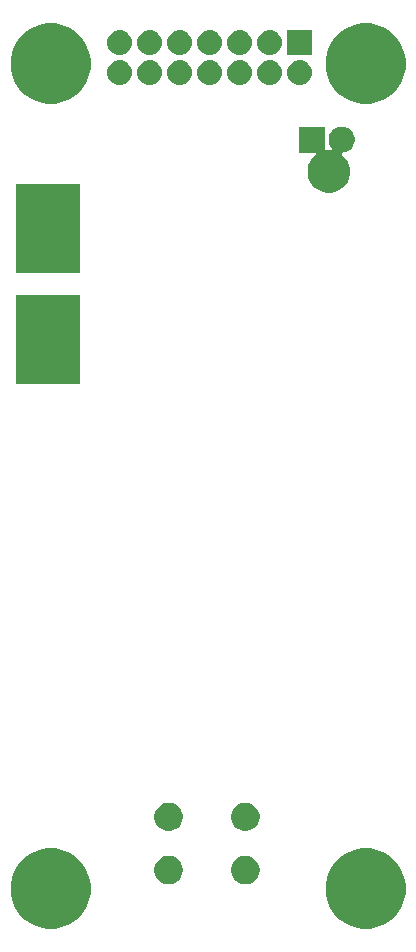
<source format=gbs>
G04 #@! TF.GenerationSoftware,KiCad,Pcbnew,5.0.2-bee76a0~70~ubuntu14.04.1*
G04 #@! TF.CreationDate,2018-12-14T16:23:57-07:00*
G04 #@! TF.ProjectId,run,72756e2e-6b69-4636-9164-5f7063625858,rev?*
G04 #@! TF.SameCoordinates,Original*
G04 #@! TF.FileFunction,Soldermask,Bot*
G04 #@! TF.FilePolarity,Negative*
%FSLAX46Y46*%
G04 Gerber Fmt 4.6, Leading zero omitted, Abs format (unit mm)*
G04 Created by KiCad (PCBNEW 5.0.2-bee76a0~70~ubuntu14.04.1) date Fri 14 Dec 2018 04:23:57 PM MST*
%MOMM*%
%LPD*%
G01*
G04 APERTURE LIST*
%ADD10C,0.100000*%
G04 APERTURE END LIST*
D10*
G36*
X155677743Y-163354660D02*
X156296503Y-163610958D01*
X156853377Y-163983050D01*
X157326950Y-164456623D01*
X157699042Y-165013497D01*
X157955340Y-165632257D01*
X158086000Y-166289128D01*
X158086000Y-166958872D01*
X157955340Y-167615743D01*
X157699042Y-168234503D01*
X157326950Y-168791377D01*
X156853377Y-169264950D01*
X156296503Y-169637042D01*
X155677743Y-169893340D01*
X155020872Y-170024000D01*
X154351128Y-170024000D01*
X153694257Y-169893340D01*
X153075497Y-169637042D01*
X152518623Y-169264950D01*
X152045050Y-168791377D01*
X151672958Y-168234503D01*
X151416660Y-167615743D01*
X151286000Y-166958872D01*
X151286000Y-166289128D01*
X151416660Y-165632257D01*
X151672958Y-165013497D01*
X152045050Y-164456623D01*
X152518623Y-163983050D01*
X153075497Y-163610958D01*
X153694257Y-163354660D01*
X154351128Y-163224000D01*
X155020872Y-163224000D01*
X155677743Y-163354660D01*
X155677743Y-163354660D01*
G37*
G36*
X129007743Y-163354660D02*
X129626503Y-163610958D01*
X130183377Y-163983050D01*
X130656950Y-164456623D01*
X131029042Y-165013497D01*
X131285340Y-165632257D01*
X131416000Y-166289128D01*
X131416000Y-166958872D01*
X131285340Y-167615743D01*
X131029042Y-168234503D01*
X130656950Y-168791377D01*
X130183377Y-169264950D01*
X129626503Y-169637042D01*
X129007743Y-169893340D01*
X128350872Y-170024000D01*
X127681128Y-170024000D01*
X127024257Y-169893340D01*
X126405497Y-169637042D01*
X125848623Y-169264950D01*
X125375050Y-168791377D01*
X125002958Y-168234503D01*
X124746660Y-167615743D01*
X124616000Y-166958872D01*
X124616000Y-166289128D01*
X124746660Y-165632257D01*
X125002958Y-165013497D01*
X125375050Y-164456623D01*
X125848623Y-163983050D01*
X126405497Y-163610958D01*
X127024257Y-163354660D01*
X127681128Y-163224000D01*
X128350872Y-163224000D01*
X129007743Y-163354660D01*
X129007743Y-163354660D01*
G37*
G36*
X138350026Y-163896115D02*
X138568412Y-163986573D01*
X138764958Y-164117901D01*
X138932099Y-164285042D01*
X139063427Y-164481588D01*
X139153885Y-164699974D01*
X139200000Y-164931809D01*
X139200000Y-165168191D01*
X139153885Y-165400026D01*
X139063427Y-165618412D01*
X138932099Y-165814958D01*
X138764958Y-165982099D01*
X138568412Y-166113427D01*
X138350026Y-166203885D01*
X138118191Y-166250000D01*
X137881809Y-166250000D01*
X137649974Y-166203885D01*
X137431588Y-166113427D01*
X137235042Y-165982099D01*
X137067901Y-165814958D01*
X136936573Y-165618412D01*
X136846115Y-165400026D01*
X136800000Y-165168191D01*
X136800000Y-164931809D01*
X136846115Y-164699974D01*
X136936573Y-164481588D01*
X137067901Y-164285042D01*
X137235042Y-164117901D01*
X137431588Y-163986573D01*
X137649974Y-163896115D01*
X137881809Y-163850000D01*
X138118191Y-163850000D01*
X138350026Y-163896115D01*
X138350026Y-163896115D01*
G37*
G36*
X144850026Y-163896115D02*
X145068412Y-163986573D01*
X145264958Y-164117901D01*
X145432099Y-164285042D01*
X145563427Y-164481588D01*
X145653885Y-164699974D01*
X145700000Y-164931809D01*
X145700000Y-165168191D01*
X145653885Y-165400026D01*
X145563427Y-165618412D01*
X145432099Y-165814958D01*
X145264958Y-165982099D01*
X145068412Y-166113427D01*
X144850026Y-166203885D01*
X144618191Y-166250000D01*
X144381809Y-166250000D01*
X144149974Y-166203885D01*
X143931588Y-166113427D01*
X143735042Y-165982099D01*
X143567901Y-165814958D01*
X143436573Y-165618412D01*
X143346115Y-165400026D01*
X143300000Y-165168191D01*
X143300000Y-164931809D01*
X143346115Y-164699974D01*
X143436573Y-164481588D01*
X143567901Y-164285042D01*
X143735042Y-164117901D01*
X143931588Y-163986573D01*
X144149974Y-163896115D01*
X144381809Y-163850000D01*
X144618191Y-163850000D01*
X144850026Y-163896115D01*
X144850026Y-163896115D01*
G37*
G36*
X144850026Y-159396115D02*
X145068412Y-159486573D01*
X145264958Y-159617901D01*
X145432099Y-159785042D01*
X145563427Y-159981588D01*
X145653885Y-160199974D01*
X145700000Y-160431809D01*
X145700000Y-160668191D01*
X145653885Y-160900026D01*
X145563427Y-161118412D01*
X145432099Y-161314958D01*
X145264958Y-161482099D01*
X145068412Y-161613427D01*
X144850026Y-161703885D01*
X144618191Y-161750000D01*
X144381809Y-161750000D01*
X144149974Y-161703885D01*
X143931588Y-161613427D01*
X143735042Y-161482099D01*
X143567901Y-161314958D01*
X143436573Y-161118412D01*
X143346115Y-160900026D01*
X143300000Y-160668191D01*
X143300000Y-160431809D01*
X143346115Y-160199974D01*
X143436573Y-159981588D01*
X143567901Y-159785042D01*
X143735042Y-159617901D01*
X143931588Y-159486573D01*
X144149974Y-159396115D01*
X144381809Y-159350000D01*
X144618191Y-159350000D01*
X144850026Y-159396115D01*
X144850026Y-159396115D01*
G37*
G36*
X138350026Y-159396115D02*
X138568412Y-159486573D01*
X138764958Y-159617901D01*
X138932099Y-159785042D01*
X139063427Y-159981588D01*
X139153885Y-160199974D01*
X139200000Y-160431809D01*
X139200000Y-160668191D01*
X139153885Y-160900026D01*
X139063427Y-161118412D01*
X138932099Y-161314958D01*
X138764958Y-161482099D01*
X138568412Y-161613427D01*
X138350026Y-161703885D01*
X138118191Y-161750000D01*
X137881809Y-161750000D01*
X137649974Y-161703885D01*
X137431588Y-161613427D01*
X137235042Y-161482099D01*
X137067901Y-161314958D01*
X136936573Y-161118412D01*
X136846115Y-160900026D01*
X136800000Y-160668191D01*
X136800000Y-160431809D01*
X136846115Y-160199974D01*
X136936573Y-159981588D01*
X137067901Y-159785042D01*
X137235042Y-159617901D01*
X137431588Y-159486573D01*
X137649974Y-159396115D01*
X137881809Y-159350000D01*
X138118191Y-159350000D01*
X138350026Y-159396115D01*
X138350026Y-159396115D01*
G37*
G36*
X130462000Y-123882000D02*
X125062000Y-123882000D01*
X125062000Y-116402000D01*
X130462000Y-116402000D01*
X130462000Y-123882000D01*
X130462000Y-123882000D01*
G37*
G36*
X130462000Y-114484000D02*
X125062000Y-114484000D01*
X125062000Y-107004000D01*
X130462000Y-107004000D01*
X130462000Y-114484000D01*
X130462000Y-114484000D01*
G37*
G36*
X151214000Y-104000341D02*
X151216402Y-104024727D01*
X151223515Y-104048176D01*
X151235066Y-104069787D01*
X151250612Y-104088729D01*
X151269554Y-104104275D01*
X151291165Y-104115826D01*
X151314614Y-104122939D01*
X151339000Y-104125341D01*
X151363385Y-104122939D01*
X151388216Y-104118000D01*
X151711589Y-104118000D01*
X151735975Y-104115598D01*
X151759424Y-104108485D01*
X151781035Y-104096934D01*
X151799977Y-104081388D01*
X151815523Y-104062446D01*
X151827074Y-104040835D01*
X151834187Y-104017386D01*
X151836589Y-103993000D01*
X151834187Y-103968614D01*
X151827074Y-103945165D01*
X151815523Y-103923554D01*
X151799977Y-103904612D01*
X151799578Y-103904213D01*
X151679191Y-103724042D01*
X151596272Y-103523857D01*
X151554000Y-103311342D01*
X151554000Y-103094658D01*
X151596272Y-102882143D01*
X151679191Y-102681958D01*
X151799578Y-102501787D01*
X151952787Y-102348578D01*
X152132958Y-102228191D01*
X152333143Y-102145272D01*
X152545658Y-102103000D01*
X152762342Y-102103000D01*
X152974857Y-102145272D01*
X153175042Y-102228191D01*
X153355213Y-102348578D01*
X153508422Y-102501787D01*
X153628809Y-102681958D01*
X153711728Y-102882143D01*
X153754000Y-103094658D01*
X153754000Y-103311342D01*
X153711728Y-103523857D01*
X153628809Y-103724042D01*
X153508422Y-103904213D01*
X153355213Y-104057422D01*
X153355210Y-104057424D01*
X153355209Y-104057425D01*
X153253566Y-104125341D01*
X153175042Y-104177809D01*
X152974858Y-104260728D01*
X152816481Y-104292231D01*
X152769621Y-104301552D01*
X152746175Y-104308664D01*
X152724564Y-104320215D01*
X152705622Y-104335760D01*
X152690076Y-104354703D01*
X152678525Y-104376313D01*
X152671412Y-104399762D01*
X152669010Y-104424149D01*
X152671412Y-104448535D01*
X152678525Y-104471984D01*
X152690076Y-104493595D01*
X152705622Y-104512537D01*
X152963649Y-104770564D01*
X153160640Y-105065382D01*
X153296327Y-105392960D01*
X153365500Y-105740714D01*
X153365500Y-106095286D01*
X153296327Y-106443040D01*
X153160640Y-106770618D01*
X152963649Y-107065436D01*
X152712936Y-107316149D01*
X152712933Y-107316151D01*
X152418120Y-107513139D01*
X152090541Y-107648827D01*
X151974622Y-107671885D01*
X151742786Y-107718000D01*
X151388214Y-107718000D01*
X151156378Y-107671885D01*
X151040459Y-107648827D01*
X150712880Y-107513139D01*
X150418067Y-107316151D01*
X150418064Y-107316149D01*
X150167351Y-107065436D01*
X149970360Y-106770618D01*
X149834673Y-106443040D01*
X149765500Y-106095286D01*
X149765500Y-105740714D01*
X149834673Y-105392960D01*
X149970360Y-105065382D01*
X150167351Y-104770564D01*
X150421527Y-104516388D01*
X150437073Y-104497446D01*
X150448624Y-104475835D01*
X150455737Y-104452386D01*
X150458139Y-104428000D01*
X150455737Y-104403614D01*
X150448624Y-104380165D01*
X150437073Y-104358554D01*
X150421527Y-104339612D01*
X150402585Y-104324066D01*
X150380974Y-104312515D01*
X150357525Y-104305402D01*
X150333139Y-104303000D01*
X149014000Y-104303000D01*
X149014000Y-102103000D01*
X151214000Y-102103000D01*
X151214000Y-104000341D01*
X151214000Y-104000341D01*
G37*
G36*
X129007743Y-93504660D02*
X129626503Y-93760958D01*
X130183377Y-94133050D01*
X130656950Y-94606623D01*
X131029042Y-95163497D01*
X131285340Y-95782257D01*
X131416000Y-96439128D01*
X131416000Y-97108872D01*
X131285340Y-97765743D01*
X131029042Y-98384503D01*
X130656950Y-98941377D01*
X130183377Y-99414950D01*
X129626503Y-99787042D01*
X129007743Y-100043340D01*
X128350872Y-100174000D01*
X127681128Y-100174000D01*
X127024257Y-100043340D01*
X126405497Y-99787042D01*
X125848623Y-99414950D01*
X125375050Y-98941377D01*
X125002958Y-98384503D01*
X124746660Y-97765743D01*
X124616000Y-97108872D01*
X124616000Y-96439128D01*
X124746660Y-95782257D01*
X125002958Y-95163497D01*
X125375050Y-94606623D01*
X125848623Y-94133050D01*
X126405497Y-93760958D01*
X127024257Y-93504660D01*
X127681128Y-93374000D01*
X128350872Y-93374000D01*
X129007743Y-93504660D01*
X129007743Y-93504660D01*
G37*
G36*
X155677743Y-93504660D02*
X156296503Y-93760958D01*
X156853377Y-94133050D01*
X157326950Y-94606623D01*
X157699042Y-95163497D01*
X157955340Y-95782257D01*
X158086000Y-96439128D01*
X158086000Y-97108872D01*
X157955340Y-97765743D01*
X157699042Y-98384503D01*
X157326950Y-98941377D01*
X156853377Y-99414950D01*
X156296503Y-99787042D01*
X155677743Y-100043340D01*
X155020872Y-100174000D01*
X154351128Y-100174000D01*
X153694257Y-100043340D01*
X153075497Y-99787042D01*
X152518623Y-99414950D01*
X152045050Y-98941377D01*
X151672958Y-98384503D01*
X151416660Y-97765743D01*
X151286000Y-97108872D01*
X151286000Y-96439128D01*
X151416660Y-95782257D01*
X151672958Y-95163497D01*
X152045050Y-94606623D01*
X152518623Y-94133050D01*
X153075497Y-93760958D01*
X153694257Y-93504660D01*
X154351128Y-93374000D01*
X155020872Y-93374000D01*
X155677743Y-93504660D01*
X155677743Y-93504660D01*
G37*
G36*
X149226707Y-96493596D02*
X149303836Y-96501193D01*
X149435787Y-96541220D01*
X149501763Y-96561233D01*
X149684172Y-96658733D01*
X149844054Y-96789946D01*
X149975267Y-96949828D01*
X150072767Y-97132237D01*
X150072767Y-97132238D01*
X150132807Y-97330164D01*
X150153080Y-97536000D01*
X150132807Y-97741836D01*
X150092780Y-97873787D01*
X150072767Y-97939763D01*
X149975267Y-98122172D01*
X149844054Y-98282054D01*
X149684172Y-98413267D01*
X149501763Y-98510767D01*
X149435787Y-98530780D01*
X149303836Y-98570807D01*
X149226707Y-98578403D01*
X149149580Y-98586000D01*
X149046420Y-98586000D01*
X148969293Y-98578403D01*
X148892164Y-98570807D01*
X148760213Y-98530780D01*
X148694237Y-98510767D01*
X148511828Y-98413267D01*
X148351946Y-98282054D01*
X148220733Y-98122172D01*
X148123233Y-97939763D01*
X148103220Y-97873787D01*
X148063193Y-97741836D01*
X148042920Y-97536000D01*
X148063193Y-97330164D01*
X148123233Y-97132238D01*
X148123233Y-97132237D01*
X148220733Y-96949828D01*
X148351946Y-96789946D01*
X148511828Y-96658733D01*
X148694237Y-96561233D01*
X148760213Y-96541220D01*
X148892164Y-96501193D01*
X148969293Y-96493596D01*
X149046420Y-96486000D01*
X149149580Y-96486000D01*
X149226707Y-96493596D01*
X149226707Y-96493596D01*
G37*
G36*
X133986707Y-96493596D02*
X134063836Y-96501193D01*
X134195787Y-96541220D01*
X134261763Y-96561233D01*
X134444172Y-96658733D01*
X134604054Y-96789946D01*
X134735267Y-96949828D01*
X134832767Y-97132237D01*
X134832767Y-97132238D01*
X134892807Y-97330164D01*
X134913080Y-97536000D01*
X134892807Y-97741836D01*
X134852780Y-97873787D01*
X134832767Y-97939763D01*
X134735267Y-98122172D01*
X134604054Y-98282054D01*
X134444172Y-98413267D01*
X134261763Y-98510767D01*
X134195787Y-98530780D01*
X134063836Y-98570807D01*
X133986707Y-98578403D01*
X133909580Y-98586000D01*
X133806420Y-98586000D01*
X133729293Y-98578403D01*
X133652164Y-98570807D01*
X133520213Y-98530780D01*
X133454237Y-98510767D01*
X133271828Y-98413267D01*
X133111946Y-98282054D01*
X132980733Y-98122172D01*
X132883233Y-97939763D01*
X132863220Y-97873787D01*
X132823193Y-97741836D01*
X132802920Y-97536000D01*
X132823193Y-97330164D01*
X132883233Y-97132238D01*
X132883233Y-97132237D01*
X132980733Y-96949828D01*
X133111946Y-96789946D01*
X133271828Y-96658733D01*
X133454237Y-96561233D01*
X133520213Y-96541220D01*
X133652164Y-96501193D01*
X133729293Y-96493596D01*
X133806420Y-96486000D01*
X133909580Y-96486000D01*
X133986707Y-96493596D01*
X133986707Y-96493596D01*
G37*
G36*
X136526707Y-96493596D02*
X136603836Y-96501193D01*
X136735787Y-96541220D01*
X136801763Y-96561233D01*
X136984172Y-96658733D01*
X137144054Y-96789946D01*
X137275267Y-96949828D01*
X137372767Y-97132237D01*
X137372767Y-97132238D01*
X137432807Y-97330164D01*
X137453080Y-97536000D01*
X137432807Y-97741836D01*
X137392780Y-97873787D01*
X137372767Y-97939763D01*
X137275267Y-98122172D01*
X137144054Y-98282054D01*
X136984172Y-98413267D01*
X136801763Y-98510767D01*
X136735787Y-98530780D01*
X136603836Y-98570807D01*
X136526707Y-98578403D01*
X136449580Y-98586000D01*
X136346420Y-98586000D01*
X136269293Y-98578403D01*
X136192164Y-98570807D01*
X136060213Y-98530780D01*
X135994237Y-98510767D01*
X135811828Y-98413267D01*
X135651946Y-98282054D01*
X135520733Y-98122172D01*
X135423233Y-97939763D01*
X135403220Y-97873787D01*
X135363193Y-97741836D01*
X135342920Y-97536000D01*
X135363193Y-97330164D01*
X135423233Y-97132238D01*
X135423233Y-97132237D01*
X135520733Y-96949828D01*
X135651946Y-96789946D01*
X135811828Y-96658733D01*
X135994237Y-96561233D01*
X136060213Y-96541220D01*
X136192164Y-96501193D01*
X136269293Y-96493596D01*
X136346420Y-96486000D01*
X136449580Y-96486000D01*
X136526707Y-96493596D01*
X136526707Y-96493596D01*
G37*
G36*
X139066707Y-96493596D02*
X139143836Y-96501193D01*
X139275787Y-96541220D01*
X139341763Y-96561233D01*
X139524172Y-96658733D01*
X139684054Y-96789946D01*
X139815267Y-96949828D01*
X139912767Y-97132237D01*
X139912767Y-97132238D01*
X139972807Y-97330164D01*
X139993080Y-97536000D01*
X139972807Y-97741836D01*
X139932780Y-97873787D01*
X139912767Y-97939763D01*
X139815267Y-98122172D01*
X139684054Y-98282054D01*
X139524172Y-98413267D01*
X139341763Y-98510767D01*
X139275787Y-98530780D01*
X139143836Y-98570807D01*
X139066707Y-98578403D01*
X138989580Y-98586000D01*
X138886420Y-98586000D01*
X138809293Y-98578403D01*
X138732164Y-98570807D01*
X138600213Y-98530780D01*
X138534237Y-98510767D01*
X138351828Y-98413267D01*
X138191946Y-98282054D01*
X138060733Y-98122172D01*
X137963233Y-97939763D01*
X137943220Y-97873787D01*
X137903193Y-97741836D01*
X137882920Y-97536000D01*
X137903193Y-97330164D01*
X137963233Y-97132238D01*
X137963233Y-97132237D01*
X138060733Y-96949828D01*
X138191946Y-96789946D01*
X138351828Y-96658733D01*
X138534237Y-96561233D01*
X138600213Y-96541220D01*
X138732164Y-96501193D01*
X138809293Y-96493596D01*
X138886420Y-96486000D01*
X138989580Y-96486000D01*
X139066707Y-96493596D01*
X139066707Y-96493596D01*
G37*
G36*
X141606707Y-96493596D02*
X141683836Y-96501193D01*
X141815787Y-96541220D01*
X141881763Y-96561233D01*
X142064172Y-96658733D01*
X142224054Y-96789946D01*
X142355267Y-96949828D01*
X142452767Y-97132237D01*
X142452767Y-97132238D01*
X142512807Y-97330164D01*
X142533080Y-97536000D01*
X142512807Y-97741836D01*
X142472780Y-97873787D01*
X142452767Y-97939763D01*
X142355267Y-98122172D01*
X142224054Y-98282054D01*
X142064172Y-98413267D01*
X141881763Y-98510767D01*
X141815787Y-98530780D01*
X141683836Y-98570807D01*
X141606707Y-98578403D01*
X141529580Y-98586000D01*
X141426420Y-98586000D01*
X141349293Y-98578403D01*
X141272164Y-98570807D01*
X141140213Y-98530780D01*
X141074237Y-98510767D01*
X140891828Y-98413267D01*
X140731946Y-98282054D01*
X140600733Y-98122172D01*
X140503233Y-97939763D01*
X140483220Y-97873787D01*
X140443193Y-97741836D01*
X140422920Y-97536000D01*
X140443193Y-97330164D01*
X140503233Y-97132238D01*
X140503233Y-97132237D01*
X140600733Y-96949828D01*
X140731946Y-96789946D01*
X140891828Y-96658733D01*
X141074237Y-96561233D01*
X141140213Y-96541220D01*
X141272164Y-96501193D01*
X141349293Y-96493596D01*
X141426420Y-96486000D01*
X141529580Y-96486000D01*
X141606707Y-96493596D01*
X141606707Y-96493596D01*
G37*
G36*
X144146707Y-96493596D02*
X144223836Y-96501193D01*
X144355787Y-96541220D01*
X144421763Y-96561233D01*
X144604172Y-96658733D01*
X144764054Y-96789946D01*
X144895267Y-96949828D01*
X144992767Y-97132237D01*
X144992767Y-97132238D01*
X145052807Y-97330164D01*
X145073080Y-97536000D01*
X145052807Y-97741836D01*
X145012780Y-97873787D01*
X144992767Y-97939763D01*
X144895267Y-98122172D01*
X144764054Y-98282054D01*
X144604172Y-98413267D01*
X144421763Y-98510767D01*
X144355787Y-98530780D01*
X144223836Y-98570807D01*
X144146707Y-98578403D01*
X144069580Y-98586000D01*
X143966420Y-98586000D01*
X143889293Y-98578403D01*
X143812164Y-98570807D01*
X143680213Y-98530780D01*
X143614237Y-98510767D01*
X143431828Y-98413267D01*
X143271946Y-98282054D01*
X143140733Y-98122172D01*
X143043233Y-97939763D01*
X143023220Y-97873787D01*
X142983193Y-97741836D01*
X142962920Y-97536000D01*
X142983193Y-97330164D01*
X143043233Y-97132238D01*
X143043233Y-97132237D01*
X143140733Y-96949828D01*
X143271946Y-96789946D01*
X143431828Y-96658733D01*
X143614237Y-96561233D01*
X143680213Y-96541220D01*
X143812164Y-96501193D01*
X143889293Y-96493596D01*
X143966420Y-96486000D01*
X144069580Y-96486000D01*
X144146707Y-96493596D01*
X144146707Y-96493596D01*
G37*
G36*
X146686707Y-96493596D02*
X146763836Y-96501193D01*
X146895787Y-96541220D01*
X146961763Y-96561233D01*
X147144172Y-96658733D01*
X147304054Y-96789946D01*
X147435267Y-96949828D01*
X147532767Y-97132237D01*
X147532767Y-97132238D01*
X147592807Y-97330164D01*
X147613080Y-97536000D01*
X147592807Y-97741836D01*
X147552780Y-97873787D01*
X147532767Y-97939763D01*
X147435267Y-98122172D01*
X147304054Y-98282054D01*
X147144172Y-98413267D01*
X146961763Y-98510767D01*
X146895787Y-98530780D01*
X146763836Y-98570807D01*
X146686707Y-98578403D01*
X146609580Y-98586000D01*
X146506420Y-98586000D01*
X146429293Y-98578403D01*
X146352164Y-98570807D01*
X146220213Y-98530780D01*
X146154237Y-98510767D01*
X145971828Y-98413267D01*
X145811946Y-98282054D01*
X145680733Y-98122172D01*
X145583233Y-97939763D01*
X145563220Y-97873787D01*
X145523193Y-97741836D01*
X145502920Y-97536000D01*
X145523193Y-97330164D01*
X145583233Y-97132238D01*
X145583233Y-97132237D01*
X145680733Y-96949828D01*
X145811946Y-96789946D01*
X145971828Y-96658733D01*
X146154237Y-96561233D01*
X146220213Y-96541220D01*
X146352164Y-96501193D01*
X146429293Y-96493596D01*
X146506420Y-96486000D01*
X146609580Y-96486000D01*
X146686707Y-96493596D01*
X146686707Y-96493596D01*
G37*
G36*
X141606707Y-93953597D02*
X141683836Y-93961193D01*
X141815787Y-94001220D01*
X141881763Y-94021233D01*
X142064172Y-94118733D01*
X142224054Y-94249946D01*
X142355267Y-94409828D01*
X142452767Y-94592237D01*
X142452767Y-94592238D01*
X142512807Y-94790164D01*
X142533080Y-94996000D01*
X142512807Y-95201836D01*
X142472780Y-95333787D01*
X142452767Y-95399763D01*
X142355267Y-95582172D01*
X142224054Y-95742054D01*
X142064172Y-95873267D01*
X141881763Y-95970767D01*
X141815787Y-95990780D01*
X141683836Y-96030807D01*
X141606707Y-96038403D01*
X141529580Y-96046000D01*
X141426420Y-96046000D01*
X141349293Y-96038403D01*
X141272164Y-96030807D01*
X141140213Y-95990780D01*
X141074237Y-95970767D01*
X140891828Y-95873267D01*
X140731946Y-95742054D01*
X140600733Y-95582172D01*
X140503233Y-95399763D01*
X140483220Y-95333787D01*
X140443193Y-95201836D01*
X140422920Y-94996000D01*
X140443193Y-94790164D01*
X140503233Y-94592238D01*
X140503233Y-94592237D01*
X140600733Y-94409828D01*
X140731946Y-94249946D01*
X140891828Y-94118733D01*
X141074237Y-94021233D01*
X141140213Y-94001220D01*
X141272164Y-93961193D01*
X141349293Y-93953597D01*
X141426420Y-93946000D01*
X141529580Y-93946000D01*
X141606707Y-93953597D01*
X141606707Y-93953597D01*
G37*
G36*
X150148000Y-96046000D02*
X148048000Y-96046000D01*
X148048000Y-93946000D01*
X150148000Y-93946000D01*
X150148000Y-96046000D01*
X150148000Y-96046000D01*
G37*
G36*
X146686707Y-93953597D02*
X146763836Y-93961193D01*
X146895787Y-94001220D01*
X146961763Y-94021233D01*
X147144172Y-94118733D01*
X147304054Y-94249946D01*
X147435267Y-94409828D01*
X147532767Y-94592237D01*
X147532767Y-94592238D01*
X147592807Y-94790164D01*
X147613080Y-94996000D01*
X147592807Y-95201836D01*
X147552780Y-95333787D01*
X147532767Y-95399763D01*
X147435267Y-95582172D01*
X147304054Y-95742054D01*
X147144172Y-95873267D01*
X146961763Y-95970767D01*
X146895787Y-95990780D01*
X146763836Y-96030807D01*
X146686707Y-96038403D01*
X146609580Y-96046000D01*
X146506420Y-96046000D01*
X146429293Y-96038403D01*
X146352164Y-96030807D01*
X146220213Y-95990780D01*
X146154237Y-95970767D01*
X145971828Y-95873267D01*
X145811946Y-95742054D01*
X145680733Y-95582172D01*
X145583233Y-95399763D01*
X145563220Y-95333787D01*
X145523193Y-95201836D01*
X145502920Y-94996000D01*
X145523193Y-94790164D01*
X145583233Y-94592238D01*
X145583233Y-94592237D01*
X145680733Y-94409828D01*
X145811946Y-94249946D01*
X145971828Y-94118733D01*
X146154237Y-94021233D01*
X146220213Y-94001220D01*
X146352164Y-93961193D01*
X146429293Y-93953597D01*
X146506420Y-93946000D01*
X146609580Y-93946000D01*
X146686707Y-93953597D01*
X146686707Y-93953597D01*
G37*
G36*
X144146707Y-93953597D02*
X144223836Y-93961193D01*
X144355787Y-94001220D01*
X144421763Y-94021233D01*
X144604172Y-94118733D01*
X144764054Y-94249946D01*
X144895267Y-94409828D01*
X144992767Y-94592237D01*
X144992767Y-94592238D01*
X145052807Y-94790164D01*
X145073080Y-94996000D01*
X145052807Y-95201836D01*
X145012780Y-95333787D01*
X144992767Y-95399763D01*
X144895267Y-95582172D01*
X144764054Y-95742054D01*
X144604172Y-95873267D01*
X144421763Y-95970767D01*
X144355787Y-95990780D01*
X144223836Y-96030807D01*
X144146707Y-96038403D01*
X144069580Y-96046000D01*
X143966420Y-96046000D01*
X143889293Y-96038403D01*
X143812164Y-96030807D01*
X143680213Y-95990780D01*
X143614237Y-95970767D01*
X143431828Y-95873267D01*
X143271946Y-95742054D01*
X143140733Y-95582172D01*
X143043233Y-95399763D01*
X143023220Y-95333787D01*
X142983193Y-95201836D01*
X142962920Y-94996000D01*
X142983193Y-94790164D01*
X143043233Y-94592238D01*
X143043233Y-94592237D01*
X143140733Y-94409828D01*
X143271946Y-94249946D01*
X143431828Y-94118733D01*
X143614237Y-94021233D01*
X143680213Y-94001220D01*
X143812164Y-93961193D01*
X143889293Y-93953597D01*
X143966420Y-93946000D01*
X144069580Y-93946000D01*
X144146707Y-93953597D01*
X144146707Y-93953597D01*
G37*
G36*
X133986707Y-93953597D02*
X134063836Y-93961193D01*
X134195787Y-94001220D01*
X134261763Y-94021233D01*
X134444172Y-94118733D01*
X134604054Y-94249946D01*
X134735267Y-94409828D01*
X134832767Y-94592237D01*
X134832767Y-94592238D01*
X134892807Y-94790164D01*
X134913080Y-94996000D01*
X134892807Y-95201836D01*
X134852780Y-95333787D01*
X134832767Y-95399763D01*
X134735267Y-95582172D01*
X134604054Y-95742054D01*
X134444172Y-95873267D01*
X134261763Y-95970767D01*
X134195787Y-95990780D01*
X134063836Y-96030807D01*
X133986707Y-96038403D01*
X133909580Y-96046000D01*
X133806420Y-96046000D01*
X133729293Y-96038403D01*
X133652164Y-96030807D01*
X133520213Y-95990780D01*
X133454237Y-95970767D01*
X133271828Y-95873267D01*
X133111946Y-95742054D01*
X132980733Y-95582172D01*
X132883233Y-95399763D01*
X132863220Y-95333787D01*
X132823193Y-95201836D01*
X132802920Y-94996000D01*
X132823193Y-94790164D01*
X132883233Y-94592238D01*
X132883233Y-94592237D01*
X132980733Y-94409828D01*
X133111946Y-94249946D01*
X133271828Y-94118733D01*
X133454237Y-94021233D01*
X133520213Y-94001220D01*
X133652164Y-93961193D01*
X133729293Y-93953597D01*
X133806420Y-93946000D01*
X133909580Y-93946000D01*
X133986707Y-93953597D01*
X133986707Y-93953597D01*
G37*
G36*
X139066707Y-93953597D02*
X139143836Y-93961193D01*
X139275787Y-94001220D01*
X139341763Y-94021233D01*
X139524172Y-94118733D01*
X139684054Y-94249946D01*
X139815267Y-94409828D01*
X139912767Y-94592237D01*
X139912767Y-94592238D01*
X139972807Y-94790164D01*
X139993080Y-94996000D01*
X139972807Y-95201836D01*
X139932780Y-95333787D01*
X139912767Y-95399763D01*
X139815267Y-95582172D01*
X139684054Y-95742054D01*
X139524172Y-95873267D01*
X139341763Y-95970767D01*
X139275787Y-95990780D01*
X139143836Y-96030807D01*
X139066707Y-96038403D01*
X138989580Y-96046000D01*
X138886420Y-96046000D01*
X138809293Y-96038403D01*
X138732164Y-96030807D01*
X138600213Y-95990780D01*
X138534237Y-95970767D01*
X138351828Y-95873267D01*
X138191946Y-95742054D01*
X138060733Y-95582172D01*
X137963233Y-95399763D01*
X137943220Y-95333787D01*
X137903193Y-95201836D01*
X137882920Y-94996000D01*
X137903193Y-94790164D01*
X137963233Y-94592238D01*
X137963233Y-94592237D01*
X138060733Y-94409828D01*
X138191946Y-94249946D01*
X138351828Y-94118733D01*
X138534237Y-94021233D01*
X138600213Y-94001220D01*
X138732164Y-93961193D01*
X138809293Y-93953597D01*
X138886420Y-93946000D01*
X138989580Y-93946000D01*
X139066707Y-93953597D01*
X139066707Y-93953597D01*
G37*
G36*
X136526707Y-93953597D02*
X136603836Y-93961193D01*
X136735787Y-94001220D01*
X136801763Y-94021233D01*
X136984172Y-94118733D01*
X137144054Y-94249946D01*
X137275267Y-94409828D01*
X137372767Y-94592237D01*
X137372767Y-94592238D01*
X137432807Y-94790164D01*
X137453080Y-94996000D01*
X137432807Y-95201836D01*
X137392780Y-95333787D01*
X137372767Y-95399763D01*
X137275267Y-95582172D01*
X137144054Y-95742054D01*
X136984172Y-95873267D01*
X136801763Y-95970767D01*
X136735787Y-95990780D01*
X136603836Y-96030807D01*
X136526707Y-96038403D01*
X136449580Y-96046000D01*
X136346420Y-96046000D01*
X136269293Y-96038403D01*
X136192164Y-96030807D01*
X136060213Y-95990780D01*
X135994237Y-95970767D01*
X135811828Y-95873267D01*
X135651946Y-95742054D01*
X135520733Y-95582172D01*
X135423233Y-95399763D01*
X135403220Y-95333787D01*
X135363193Y-95201836D01*
X135342920Y-94996000D01*
X135363193Y-94790164D01*
X135423233Y-94592238D01*
X135423233Y-94592237D01*
X135520733Y-94409828D01*
X135651946Y-94249946D01*
X135811828Y-94118733D01*
X135994237Y-94021233D01*
X136060213Y-94001220D01*
X136192164Y-93961193D01*
X136269293Y-93953597D01*
X136346420Y-93946000D01*
X136449580Y-93946000D01*
X136526707Y-93953597D01*
X136526707Y-93953597D01*
G37*
M02*

</source>
